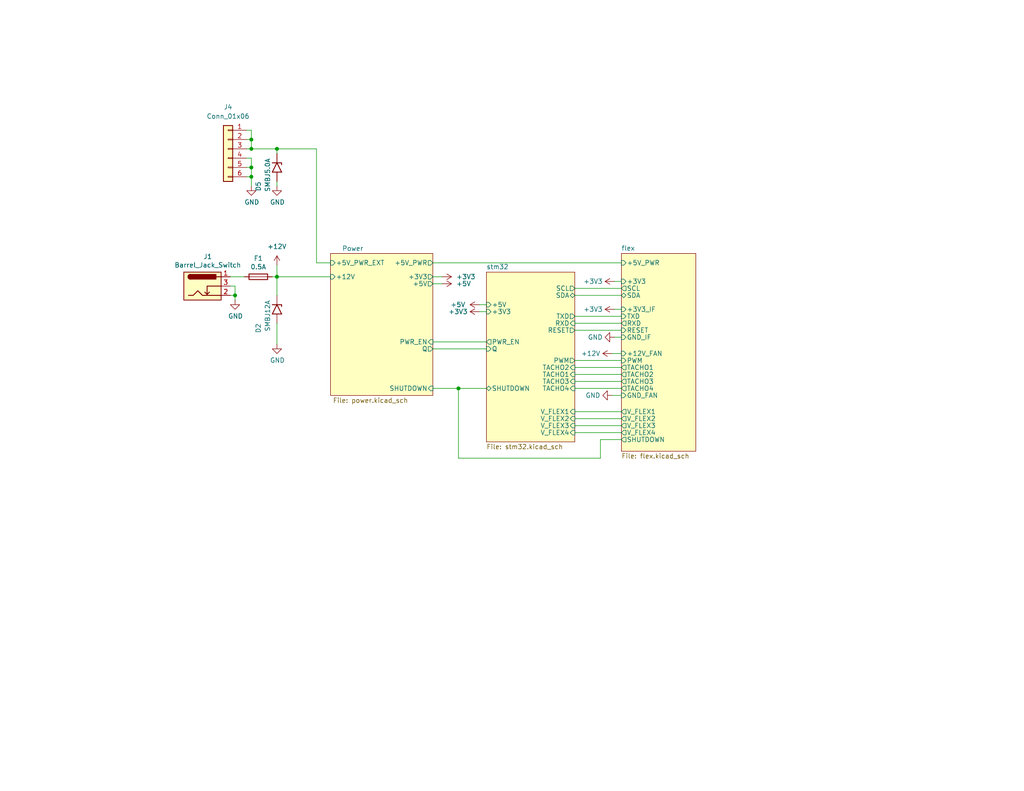
<source format=kicad_sch>
(kicad_sch (version 20231120) (generator "eeschema") (generator_version "8.0")
  (paper "A")
  (title_block (title "bitaxeHex") (date "2023-12-28") (rev "302"))
  (lib_symbols
    (symbol "Connector:Barrel_Jack_Switch" (pin_names hide)
      (property "Reference" "J" (at 0 5.334 0))
      (property "Value" "Barrel_Jack_Switch" (at 0 -5.08 0))
      (symbol "Barrel_Jack_Switch_0_1"
        (rectangle (start -5.08 3.81) (end 5.08 -3.81) (stroke (width 0.254)) (fill (type background)))
        (arc (start -3.302 3.175) (mid -3.9343 2.54) (end -3.302 1.905) (stroke (width 0.254)))
        (arc (start -3.302 3.175) (mid -3.9343 2.54) (end -3.302 1.905) (stroke (width 0.254)) (fill (type outline)))
        (polyline (pts (xy 1.27 -2.286) (xy 1.905 -1.651)) (stroke (width 0.254)))
        (polyline (pts (xy 5.08 2.54) (xy 3.81 2.54)) (stroke (width 0.254)))
        (polyline (pts (xy 5.08 0) (xy 1.27 0) (xy 1.27 -2.286) (xy 0.635 -1.651)) (stroke (width 0.254)))
        (polyline (pts (xy -3.81 -2.54) (xy -2.54 -2.54) (xy -1.27 -1.27) (xy 0 -2.54) (xy 2.54 -2.54) (xy 5.08 -2.54)) (stroke (width 0.254)))
        (rectangle (start 3.683 3.175) (end -3.302 1.905) (stroke (width 0.254)) (fill (type outline)))
      )
      (symbol "Barrel_Jack_Switch_1_1"
        (pin passive line (at 7.62 2.54 180) (length 2.54) (name "~") (number "1"))
        (pin passive line (at 7.62 -2.54 180) (length 2.54) (name "~") (number "2"))
        (pin passive line (at 7.62 0 180) (length 2.54) (name "~") (number "3"))
      )
    )
    (symbol "Connector_Generic:Conn_01x06" (pin_names (offset 1.016) hide)
      (property "Reference" "J" (at 0 7.62 0))
      (property "Value" "Conn_01x06" (at 0 -10.16 0))
      (symbol "Conn_01x06_1_1"
        (rectangle (start -1.27 -7.493) (end 0 -7.747) (stroke (width 0.1524)))
        (rectangle (start -1.27 -4.953) (end 0 -5.207) (stroke (width 0.1524)))
        (rectangle (start -1.27 -2.413) (end 0 -2.667) (stroke (width 0.1524)))
        (rectangle (start -1.27 0.127) (end 0 -0.127) (stroke (width 0.1524)))
        (rectangle (start -1.27 2.667) (end 0 2.413) (stroke (width 0.1524)))
        (rectangle (start -1.27 5.207) (end 0 4.953) (stroke (width 0.1524)))
        (rectangle (start -1.27 6.35) (end 1.27 -8.89) (stroke (width 0.254)) (fill (type background)))
        (pin passive line (at -5.08 5.08 0) (length 3.81) (name "Pin_1") (number "1"))
        (pin passive line (at -5.08 2.54 0) (length 3.81) (name "Pin_2") (number "2"))
        (pin passive line (at -5.08 0 0) (length 3.81) (name "Pin_3") (number "3"))
        (pin passive line (at -5.08 -2.54 0) (length 3.81) (name "Pin_4") (number "4"))
        (pin passive line (at -5.08 -5.08 0) (length 3.81) (name "Pin_5") (number "5"))
        (pin passive line (at -5.08 -7.62 0) (length 3.81) (name "Pin_6") (number "6"))
      )
    )
    (symbol "Device:Fuse" (pin_numbers hide) (pin_names (offset 0))
      (property "Reference" "F" (at 2.032 0 90))
      (property "Value" "Fuse" (at -1.905 0 90))
      (symbol "Fuse_0_1"
        (rectangle (start -0.762 -2.54) (end 0.762 2.54) (stroke (width 0.254)))
        (polyline (pts (xy 0 2.54) (xy 0 -2.54)))
      )
      (symbol "Fuse_1_1"
        (pin passive line (at 0 3.81 270) (length 1.27) (name "~") (number "1"))
        (pin passive line (at 0 -3.81 90) (length 1.27) (name "~") (number "2"))
      )
    )
    (symbol "Diode:5KPxxA" (pin_numbers hide) (pin_names (offset 1.016) hide)
      (property "Reference" "D" (at 0 2.54 0))
      (property "Value" "5KPxxA" (at 0 -2.54 0))
      (symbol "5KPxxA_0_1"
        (polyline (pts (xy -0.762 1.27) (xy -1.27 1.27) (xy -1.27 -1.27)) (stroke (width 0.254)))
        (polyline (pts (xy 1.27 1.27) (xy 1.27 -1.27) (xy -1.27 0) (xy 1.27 1.27)) (stroke (width 0.254)))
      )
      (symbol "5KPxxA_1_1"
        (pin passive line (at -3.81 0 0) (length 2.54) (name "A1") (number "1"))
        (pin passive line (at 3.81 0 180) (length 2.54) (name "A2") (number "2"))
      )
    )
    (symbol "power:+12V" (power) (pin_names (offset 0))
      (property "Value" "+12V" (at 0 3.556 0))
      (symbol "+12V_0_1"
        (polyline (pts (xy -0.762 1.27) (xy 0 2.54)))
        (polyline (pts (xy 0 0) (xy 0 2.54)))
        (polyline (pts (xy 0 2.54) (xy 0.762 1.27)))
      )
      (symbol "+12V_1_1"
        (pin power_in line (at 0 0 90) (length 0) hide (name "+12V") (number "1"))
      )
    )
    (symbol "power:+3V3" (power) (pin_names (offset 0))
      (property "Value" "+3V3" (at 0 3.556 0))
      (symbol "+3V3_0_1"
        (polyline (pts (xy -0.762 1.27) (xy 0 2.54)))
        (polyline (pts (xy 0 0) (xy 0 2.54)))
        (polyline (pts (xy 0 2.54) (xy 0.762 1.27)))
      )
      (symbol "+3V3_1_1"
        (pin power_in line (at 0 0 90) (length 0) hide (name "+3V3") (number "1"))
      )
    )
    (symbol "power:+5V" (power) (pin_names (offset 0))
      (property "Value" "+5V" (at 0 3.556 0))
      (symbol "+5V_0_1"
        (polyline (pts (xy -0.762 1.27) (xy 0 2.54)))
        (polyline (pts (xy 0 0) (xy 0 2.54)))
        (polyline (pts (xy 0 2.54) (xy 0.762 1.27)))
      )
      (symbol "+5V_1_1"
        (pin power_in line (at 0 0 90) (length 0) hide (name "+5V") (number "1"))
      )
    )
    (symbol "power:GND" (power) (pin_names (offset 0))
      (property "Value" "GND" (at 0 -3.81 0))
      (symbol "GND_0_1"
        (polyline (pts (xy 0 0) (xy 0 -1.27) (xy 1.27 -1.27) (xy 0 -2.54) (xy -1.27 -1.27) (xy 0 -1.27)))
      )
      (symbol "GND_1_1"
        (pin power_in line (at 0 0 270) (length 0) hide (name "GND") (number "1"))
      )
    )
  )
  (junction (at 68.58 48.26))
  (junction (at 75.565 75.565))
  (junction (at 64.135 80.645))
  (junction (at 68.58 45.72))
  (junction (at 75.565 40.64))
  (junction (at 68.58 40.64))
  (junction (at 125.095 106.045))
  (junction (at 68.58 38.1))
  (wire (pts (xy 156.845 102.235) (xy 169.545 102.235)))
  (wire (pts (xy 167.64 84.455) (xy 169.545 84.455)))
  (wire (pts (xy 64.135 78.105) (xy 64.135 80.645)))
  (wire (pts (xy 67.31 38.1) (xy 68.58 38.1)))
  (wire (pts (xy 156.845 112.395) (xy 169.545 112.395)))
  (wire (pts (xy 62.865 78.105) (xy 64.135 78.105)))
  (wire (pts (xy 156.845 118.11) (xy 169.545 118.11)))
  (wire (pts (xy 67.31 35.56) (xy 68.58 35.56)))
  (wire (pts (xy 118.11 93.345) (xy 132.715 93.345)))
  (wire (pts (xy 118.11 75.565) (xy 120.65 75.565)))
  (wire (pts (xy 86.36 71.755) (xy 90.17 71.755)))
  (wire (pts (xy 62.865 80.645) (xy 64.135 80.645)))
  (wire (pts (xy 156.845 100.33) (xy 169.545 100.33)))
  (wire (pts (xy 118.11 95.25) (xy 132.715 95.25)))
  (wire (pts (xy 156.845 80.645) (xy 169.545 80.645)))
  (wire (pts (xy 169.545 120.015) (xy 163.83 120.015)))
  (wire (pts (xy 156.845 104.14) (xy 169.545 104.14)))
  (wire (pts (xy 167.64 92.075) (xy 169.545 92.075)))
  (wire (pts (xy 118.11 106.045) (xy 125.095 106.045)))
  (wire (pts (xy 156.845 86.36) (xy 169.545 86.36)))
  (wire (pts (xy 156.845 88.265) (xy 169.545 88.265)))
  (wire (pts (xy 167.005 96.52) (xy 169.545 96.52)))
  (wire (pts (xy 86.36 40.64) (xy 86.36 71.755)))
  (wire (pts (xy 68.58 43.18) (xy 67.31 43.18)))
  (wire (pts (xy 68.58 45.72) (xy 68.58 43.18)))
  (wire (pts (xy 125.095 106.045) (xy 125.095 125.095)))
  (wire (pts (xy 118.11 71.755) (xy 169.545 71.755)))
  (wire (pts (xy 75.565 75.565) (xy 90.17 75.565)))
  (wire (pts (xy 156.845 114.3) (xy 169.545 114.3)))
  (wire (pts (xy 75.565 80.645) (xy 75.565 75.565)))
  (wire (pts (xy 68.58 50.8) (xy 68.58 48.26)))
  (wire (pts (xy 156.845 98.425) (xy 169.545 98.425)))
  (wire (pts (xy 156.845 106.045) (xy 169.545 106.045)))
  (wire (pts (xy 86.36 40.64) (xy 75.565 40.64)))
  (wire (pts (xy 167.005 107.95) (xy 169.545 107.95)))
  (wire (pts (xy 163.83 125.095) (xy 125.095 125.095)))
  (wire (pts (xy 68.58 35.56) (xy 68.58 38.1)))
  (wire (pts (xy 156.845 90.17) (xy 169.545 90.17)))
  (wire (pts (xy 75.565 93.98) (xy 75.565 88.265)))
  (wire (pts (xy 130.81 85.09) (xy 132.715 85.09)))
  (wire (pts (xy 62.865 75.565) (xy 66.675 75.565)))
  (wire (pts (xy 68.58 48.26) (xy 67.31 48.26)))
  (wire (pts (xy 156.845 116.205) (xy 169.545 116.205)))
  (wire (pts (xy 125.095 106.045) (xy 132.715 106.045)))
  (wire (pts (xy 118.11 77.47) (xy 120.65 77.47)))
  (wire (pts (xy 75.565 40.64) (xy 75.565 41.91)))
  (wire (pts (xy 130.81 83.185) (xy 132.715 83.185)))
  (wire (pts (xy 64.135 80.645) (xy 64.135 81.915)))
  (wire (pts (xy 75.565 49.53) (xy 75.565 50.8)))
  (wire (pts (xy 75.565 72.39) (xy 75.565 75.565)))
  (wire (pts (xy 74.295 75.565) (xy 75.565 75.565)))
  (wire (pts (xy 67.31 40.64) (xy 68.58 40.64)))
  (wire (pts (xy 68.58 48.26) (xy 68.58 45.72)))
  (wire (pts (xy 75.565 40.64) (xy 68.58 40.64)))
  (wire (pts (xy 156.845 78.74) (xy 169.545 78.74)))
  (wire (pts (xy 68.58 45.72) (xy 67.31 45.72)))
  (wire (pts (xy 167.64 76.835) (xy 169.545 76.835)))
  (wire (pts (xy 163.83 120.015) (xy 163.83 125.095)))
  (wire (pts (xy 68.58 38.1) (xy 68.58 40.64)))
  (symbol (lib_id "Diode:5KPxxA") (at 75.565 84.455 270) (unit 1)
    (property "Reference" "D2" (at 70.485 88.265 0) (effects (justify left)))
    (property "Value" "SMBJ12A" (at 73.025 81.915 0) (effects (justify left)))
    (property "Footprint" "Diode_SMD:D_SMB" (effects (hide yes)))
    (property "Distributor" "D" (effects (hide yes)))
    (property "Manufacturer" "SMBJ12A" (effects (hide yes)))
    (property "OrderNr" "SMBJ12ALFCT-ND" (effects (hide yes)))
  )
  (symbol (lib_id "power:GND") (at 75.565 93.98 0) (unit 1)
    (property "Reference" "#PWR079" (effects (hide yes)))
    (property "Value" "GND" (at 75.692 98.3742 0))
  )
  (symbol (lib_id "Diode:5KPxxA") (at 75.565 45.72 270) (unit 1)
    (property "Reference" "D5" (at 70.485 49.53 0) (effects (justify left)))
    (property "Value" "SMBJ5.0A" (at 73.025 43.18 0) (effects (justify left)))
    (property "Footprint" "Diode_SMD:D_SMB" (effects (hide yes)))
    (property "Distributor" "D" (effects (hide yes)))
    (property "Manufacturer" "SMBJ5.0A" (effects (hide yes)))
    (property "OrderNr" "SMBJ5.0ALFCT-ND" (effects (hide yes)))
  )
  (symbol (lib_id "power:+3V3") (at 120.65 75.565 270) (unit 1)
    (property "Reference" "#PWR015" (effects (hide yes)))
    (property "Value" "+3V3" (at 124.46 75.565 90) (effects (justify left)))
  )
  (symbol (lib_id "power:GND") (at 167.005 107.95 270) (unit 1)
    (property "Reference" "#PWR013" (effects (hide yes)))
    (property "Value" "GND" (at 163.83 107.95 90) (effects (justify right)))
  )
  (symbol (lib_id "Connector:Barrel_Jack_Switch") (at 55.245 78.105 0) (unit 1)
    (property "Reference" "J1" (at 56.6928 70.0532 0))
    (property "Value" "Barrel_Jack_Switch" (at 56.6928 72.3646 0))
    (property "Footprint" "Connector_BarrelJack:BarrelJack_CUI_PJ-102AH_Horizontal" (effects (hide yes)))
    (property "Distributor" "D" (effects (hide yes)))
    (property "Manufacturer" "PJ-102AH" (effects (hide yes)))
    (property "OrderNr" "CP-102AH-ND" (effects (hide yes)))
  )
  (symbol (lib_id "power:+5V") (at 120.65 77.47 270) (unit 1)
    (property "Reference" "#PWR0120" (effects (hide yes)))
    (property "Value" "+5V" (at 124.46 77.47 90) (effects (justify left)))
  )
  (symbol (lib_id "power:GND") (at 75.565 50.8 0) (unit 1)
    (property "Reference" "#PWR0140" (effects (hide yes)))
    (property "Value" "GND" (at 75.692 55.1942 0))
  )
  (symbol (lib_id "power:+3V3") (at 167.64 84.455 90) (unit 1)
    (property "Reference" "#PWR0126" (effects (hide yes)))
    (property "Value" "+3V3" (at 164.465 84.455 90) (effects (justify left)))
  )
  (symbol (lib_id "Device:Fuse") (at 70.485 75.565 270) (unit 1)
    (property "Reference" "F1" (at 70.485 70.5612 90))
    (property "Value" "0.5A" (at 70.485 72.8726 90))
    (property "Footprint" "myfootprints:fuseholder_littlefuse_blok" (effects (hide yes)))
    (property "Distributor" "D" (effects (hide yes)))
    (property "Manufacturer" "0154005.DR" (effects (hide yes)))
    (property "OrderNr" "F1228CT-ND" (effects (hide yes)))
  )
  (symbol (lib_id "power:+3V3") (at 167.64 76.835 90) (unit 1)
    (property "Reference" "#PWR0121" (effects (hide yes)))
    (property "Value" "+3V3" (at 164.465 76.835 90) (effects (justify left)))
  )
  (symbol (lib_id "power:+12V") (at 75.565 72.39 0) (unit 1)
    (property "Reference" "#PWR014" (effects (hide yes)))
    (property "Value" "+12V" (at 75.565 67.31 0))
  )
  (symbol (lib_id "power:+12V") (at 167.005 96.52 90) (unit 1)
    (property "Reference" "#PWR012" (effects (hide yes)))
    (property "Value" "+12V" (at 163.83 96.52 90) (effects (justify left)))
  )
  (symbol (lib_id "power:GND") (at 64.135 81.915 0) (unit 1)
    (property "Reference" "#PWR078" (effects (hide yes)))
    (property "Value" "GND" (at 64.262 86.3092 0))
  )
  (symbol (lib_id "power:GND") (at 68.58 50.8 0) (unit 1)
    (property "Reference" "#PWR0111" (effects (hide yes)))
    (property "Value" "GND" (at 68.707 55.1942 0))
  )
  (symbol (lib_id "power:GND") (at 167.64 92.075 270) (unit 1)
    (property "Reference" "#PWR0127" (effects (hide yes)))
    (property "Value" "GND" (at 164.465 92.075 90) (effects (justify right)))
  )
  (symbol (lib_id "power:+3V3") (at 130.81 85.09 90) (unit 1)
    (property "Reference" "#PWR0122" (effects (hide yes)))
    (property "Value" "+3V3" (at 127.635 85.09 90) (effects (justify left)))
  )
  (symbol (lib_id "power:+5V") (at 130.81 83.185 90) (unit 1)
    (property "Reference" "#PWR0123" (effects (hide yes)))
    (property "Value" "+5V" (at 127 83.185 90) (effects (justify left)))
  )
  (symbol (lib_id "Connector_Generic:Conn_01x06") (at 62.23 40.64 0) (mirror y) (unit 1)
    (property "Reference" "J4" (at 62.23 29.21 0))
    (property "Value" "Conn_01x06" (at 62.23 31.75 0))
    (property "Footprint" "myfootprints:BARRIER-TERMINAL-ANYTEK" (effects (hide yes)))
    (property "Distributor" "D" (effects (hide yes)))
    (property "Manufacturer" "YK5110603000G" (effects (hide yes)))
    (property "OrderNr" "YK5110603000G-ND" (effects (hide yes)))
  )
  (sheet (at 132.715 74.295) (size 24.13 46.355) (stroke (width 0.1524)) (fill (color 255 255 194 1.0000))
    (property "Sheetname" "stm32" (at 132.715 73.5834 0) (effects (justify left bottom)))
    (property "Sheetfile" "stm32.kicad_sch" (at 132.715 121.2346 0) (effects (justify left top)))
    (pin "SCL" output (at 156.845 78.74 0))
    (pin "SDA" bidirectional (at 156.845 80.645 0))
    (pin "+5V" input (at 132.715 83.185 180))
    (pin "+3V3" input (at 132.715 85.09 180))
    (pin "V_FLEX4" input (at 156.845 118.11 0))
    (pin "V_FLEX3" input (at 156.845 116.205 0))
    (pin "V_FLEX1" input (at 156.845 112.395 0))
    (pin "V_FLEX2" input (at 156.845 114.3 0))
    (pin "RESET" output (at 156.845 90.17 0))
    (pin "TXD" output (at 156.845 86.36 0))
    (pin "RXD" input (at 156.845 88.265 0))
    (pin "PWR_EN" output (at 132.715 93.345 180))
    (pin "SHUTDOWN" bidirectional (at 132.715 106.045 180))
    (pin "PWM" output (at 156.845 98.425 0))
    (pin "TACHO4" input (at 156.845 106.045 0))
    (pin "TACHO3" input (at 156.845 104.14 0))
    (pin "TACHO1" input (at 156.845 102.235 0))
    (pin "TACHO2" input (at 156.845 100.33 0))
    (pin "Q" input (at 132.715 95.25 180))
  )
  (sheet (at 169.545 69.215) (size 20.32 53.975) (stroke (width 0.1524)) (fill (color 255 255 194 1.0000))
    (property "Sheetname" "flex" (at 169.545 68.5034 0) (effects (justify left bottom)))
    (property "Sheetfile" "flex.kicad_sch" (at 169.545 123.7746 0) (effects (justify left top)))
    (pin "SCL" output (at 169.545 78.74 180))
    (pin "SDA" bidirectional (at 169.545 80.645 180))
    (pin "V_FLEX3" output (at 169.545 116.205 180))
    (pin "V_FLEX4" output (at 169.545 118.11 180))
    (pin "V_FLEX2" output (at 169.545 114.3 180))
    (pin "V_FLEX1" output (at 169.545 112.395 180))
    (pin "RESET" input (at 169.545 90.17 180))
    (pin "RXD" output (at 169.545 88.265 180))
    (pin "TXD" input (at 169.545 86.36 180))
    (pin "+3V3" input (at 169.545 76.835 180))
    (pin "+5V_PWR" input (at 169.545 71.755 180))
    (pin "SHUTDOWN" output (at 169.545 120.015 180))
    (pin "TACHO3" output (at 169.545 104.14 180))
    (pin "TACHO4" output (at 169.545 106.045 180))
    (pin "TACHO2" output (at 169.545 102.235 180))
    (pin "TACHO1" output (at 169.545 100.33 180))
    (pin "PWM" input (at 169.545 98.425 180))
    (pin "+12V_FAN" input (at 169.545 96.52 180))
    (pin "GND_FAN" input (at 169.545 107.95 180))
    (pin "+3V3_IF" input (at 169.545 84.455 180))
    (pin "GND_IF" input (at 169.545 92.075 180))
  )
  (sheet (at 90.17 69.215) (size 27.94 38.735) (stroke (width 0.1524)) (fill (color 255 255 194 1.0000))
    (property "Sheetname" "Power" (at 93.345 68.58 0) (effects (justify left bottom)))
    (property "Sheetfile" "power.kicad_sch" (at 90.805 108.585 0) (effects (justify left top)))
    (pin "+5V" output (at 118.11 77.47 0))
    (pin "+3V3" output (at 118.11 75.565 0))
    (pin "+12V" input (at 90.17 75.565 180))
    (pin "PWR_EN" input (at 118.11 93.345 0))
    (pin "SHUTDOWN" input (at 118.11 106.045 0))
    (pin "+5V_PWR_EXT" input (at 90.17 71.755 180))
    (pin "+5V_PWR" output (at 118.11 71.755 0))
    (pin "Q" output (at 118.11 95.25 0))
  )
)
</source>
